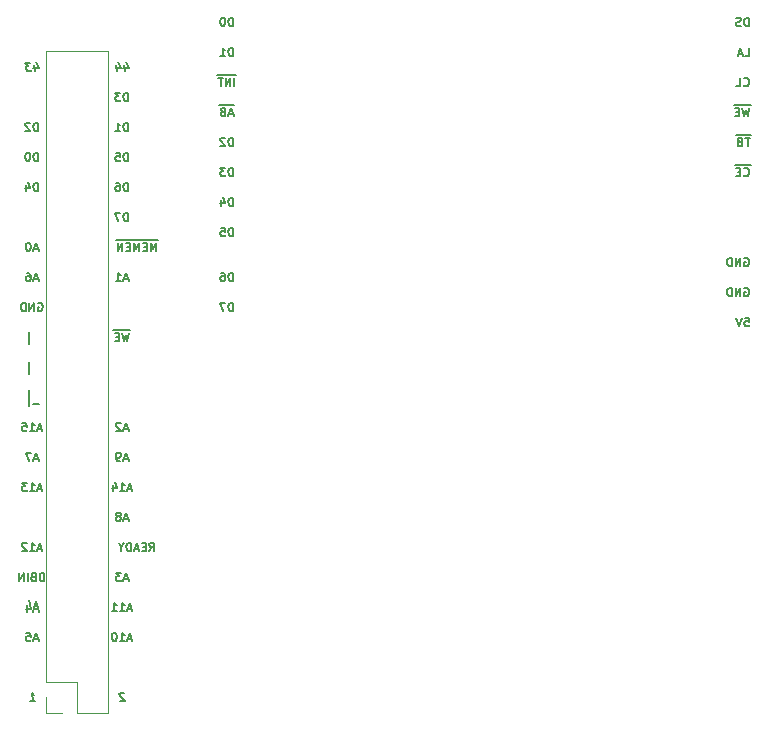
<source format=gbo>
G04 #@! TF.GenerationSoftware,KiCad,Pcbnew,(6.0.5)*
G04 #@! TF.CreationDate,2022-06-29T15:53:13+12:00*
G04 #@! TF.ProjectId,APEDSK-AU,41504544-534b-42d4-9155-2e6b69636164,rev?*
G04 #@! TF.SameCoordinates,Original*
G04 #@! TF.FileFunction,Legend,Bot*
G04 #@! TF.FilePolarity,Positive*
%FSLAX46Y46*%
G04 Gerber Fmt 4.6, Leading zero omitted, Abs format (unit mm)*
G04 Created by KiCad (PCBNEW (6.0.5)) date 2022-06-29 15:53:13*
%MOMM*%
%LPD*%
G01*
G04 APERTURE LIST*
%ADD10C,0.150000*%
%ADD11C,0.120000*%
G04 APERTURE END LIST*
D10*
X170090500Y-75881666D02*
X170423833Y-75881666D01*
X170423833Y-75181666D01*
X169890500Y-75681666D02*
X169557166Y-75681666D01*
X169957166Y-75881666D02*
X169723833Y-75181666D01*
X169490500Y-75881666D01*
X170423833Y-73341666D02*
X170423833Y-72641666D01*
X170257166Y-72641666D01*
X170157166Y-72675000D01*
X170090500Y-72741666D01*
X170057166Y-72808333D01*
X170023833Y-72941666D01*
X170023833Y-73041666D01*
X170057166Y-73175000D01*
X170090500Y-73241666D01*
X170157166Y-73308333D01*
X170257166Y-73341666D01*
X170423833Y-73341666D01*
X169757166Y-73308333D02*
X169657166Y-73341666D01*
X169490500Y-73341666D01*
X169423833Y-73308333D01*
X169390500Y-73275000D01*
X169357166Y-73208333D01*
X169357166Y-73141666D01*
X169390500Y-73075000D01*
X169423833Y-73041666D01*
X169490500Y-73008333D01*
X169623833Y-72975000D01*
X169690500Y-72941666D01*
X169723833Y-72908333D01*
X169757166Y-72841666D01*
X169757166Y-72775000D01*
X169723833Y-72708333D01*
X169690500Y-72675000D01*
X169623833Y-72641666D01*
X169457166Y-72641666D01*
X169357166Y-72675000D01*
X170590500Y-80064000D02*
X169790500Y-80064000D01*
X170490500Y-80261666D02*
X170323833Y-80961666D01*
X170190500Y-80461666D01*
X170057166Y-80961666D01*
X169890500Y-80261666D01*
X169790500Y-80064000D02*
X169157166Y-80064000D01*
X169623833Y-80595000D02*
X169390500Y-80595000D01*
X169290500Y-80961666D02*
X169623833Y-80961666D01*
X169623833Y-80261666D01*
X169290500Y-80261666D01*
X170590500Y-82604000D02*
X170057166Y-82604000D01*
X170523833Y-82801666D02*
X170123833Y-82801666D01*
X170323833Y-83501666D02*
X170323833Y-82801666D01*
X170057166Y-82604000D02*
X169357166Y-82604000D01*
X169657166Y-83135000D02*
X169557166Y-83168333D01*
X169523833Y-83201666D01*
X169490500Y-83268333D01*
X169490500Y-83368333D01*
X169523833Y-83435000D01*
X169557166Y-83468333D01*
X169623833Y-83501666D01*
X169890500Y-83501666D01*
X169890500Y-82801666D01*
X169657166Y-82801666D01*
X169590500Y-82835000D01*
X169557166Y-82868333D01*
X169523833Y-82935000D01*
X169523833Y-83001666D01*
X169557166Y-83068333D01*
X169590500Y-83101666D01*
X169657166Y-83135000D01*
X169890500Y-83135000D01*
X170590500Y-85144000D02*
X169890500Y-85144000D01*
X170023833Y-85975000D02*
X170057166Y-86008333D01*
X170157166Y-86041666D01*
X170223833Y-86041666D01*
X170323833Y-86008333D01*
X170390500Y-85941666D01*
X170423833Y-85875000D01*
X170457166Y-85741666D01*
X170457166Y-85641666D01*
X170423833Y-85508333D01*
X170390500Y-85441666D01*
X170323833Y-85375000D01*
X170223833Y-85341666D01*
X170157166Y-85341666D01*
X170057166Y-85375000D01*
X170023833Y-85408333D01*
X169890500Y-85144000D02*
X169257166Y-85144000D01*
X169723833Y-85675000D02*
X169490500Y-85675000D01*
X169390500Y-86041666D02*
X169723833Y-86041666D01*
X169723833Y-85341666D01*
X169390500Y-85341666D01*
X170057166Y-92995000D02*
X170123833Y-92961666D01*
X170223833Y-92961666D01*
X170323833Y-92995000D01*
X170390500Y-93061666D01*
X170423833Y-93128333D01*
X170457166Y-93261666D01*
X170457166Y-93361666D01*
X170423833Y-93495000D01*
X170390500Y-93561666D01*
X170323833Y-93628333D01*
X170223833Y-93661666D01*
X170157166Y-93661666D01*
X170057166Y-93628333D01*
X170023833Y-93595000D01*
X170023833Y-93361666D01*
X170157166Y-93361666D01*
X169723833Y-93661666D02*
X169723833Y-92961666D01*
X169323833Y-93661666D01*
X169323833Y-92961666D01*
X168990500Y-93661666D02*
X168990500Y-92961666D01*
X168823833Y-92961666D01*
X168723833Y-92995000D01*
X168657166Y-93061666D01*
X168623833Y-93128333D01*
X168590500Y-93261666D01*
X168590500Y-93361666D01*
X168623833Y-93495000D01*
X168657166Y-93561666D01*
X168723833Y-93628333D01*
X168823833Y-93661666D01*
X168990500Y-93661666D01*
X170057166Y-95535000D02*
X170123833Y-95501666D01*
X170223833Y-95501666D01*
X170323833Y-95535000D01*
X170390500Y-95601666D01*
X170423833Y-95668333D01*
X170457166Y-95801666D01*
X170457166Y-95901666D01*
X170423833Y-96035000D01*
X170390500Y-96101666D01*
X170323833Y-96168333D01*
X170223833Y-96201666D01*
X170157166Y-96201666D01*
X170057166Y-96168333D01*
X170023833Y-96135000D01*
X170023833Y-95901666D01*
X170157166Y-95901666D01*
X169723833Y-96201666D02*
X169723833Y-95501666D01*
X169323833Y-96201666D01*
X169323833Y-95501666D01*
X168990500Y-96201666D02*
X168990500Y-95501666D01*
X168823833Y-95501666D01*
X168723833Y-95535000D01*
X168657166Y-95601666D01*
X168623833Y-95668333D01*
X168590500Y-95801666D01*
X168590500Y-95901666D01*
X168623833Y-96035000D01*
X168657166Y-96101666D01*
X168723833Y-96168333D01*
X168823833Y-96201666D01*
X168990500Y-96201666D01*
X170090500Y-98041666D02*
X170423833Y-98041666D01*
X170457166Y-98375000D01*
X170423833Y-98341666D01*
X170357166Y-98308333D01*
X170190500Y-98308333D01*
X170123833Y-98341666D01*
X170090500Y-98375000D01*
X170057166Y-98441666D01*
X170057166Y-98608333D01*
X170090500Y-98675000D01*
X170123833Y-98708333D01*
X170190500Y-98741666D01*
X170357166Y-98741666D01*
X170423833Y-98708333D01*
X170457166Y-98675000D01*
X169857166Y-98041666D02*
X169623833Y-98741666D01*
X169390500Y-98041666D01*
X120418000Y-91494000D02*
X119618000Y-91494000D01*
X120251333Y-92391666D02*
X120251333Y-91691666D01*
X120018000Y-92191666D01*
X119784666Y-91691666D01*
X119784666Y-92391666D01*
X119618000Y-91494000D02*
X118984666Y-91494000D01*
X119451333Y-92025000D02*
X119218000Y-92025000D01*
X119118000Y-92391666D02*
X119451333Y-92391666D01*
X119451333Y-91691666D01*
X119118000Y-91691666D01*
X118984666Y-91494000D02*
X118184666Y-91494000D01*
X118818000Y-92391666D02*
X118818000Y-91691666D01*
X118584666Y-92191666D01*
X118351333Y-91691666D01*
X118351333Y-92391666D01*
X118184666Y-91494000D02*
X117551333Y-91494000D01*
X118018000Y-92025000D02*
X117784666Y-92025000D01*
X117684666Y-92391666D02*
X118018000Y-92391666D01*
X118018000Y-91691666D01*
X117684666Y-91691666D01*
X117551333Y-91494000D02*
X116818000Y-91494000D01*
X117384666Y-92391666D02*
X117384666Y-91691666D01*
X116984666Y-92391666D01*
X116984666Y-91691666D01*
X117848000Y-94731666D02*
X117514666Y-94731666D01*
X117914666Y-94931666D02*
X117681333Y-94231666D01*
X117448000Y-94931666D01*
X116848000Y-94931666D02*
X117248000Y-94931666D01*
X117048000Y-94931666D02*
X117048000Y-94231666D01*
X117114666Y-94331666D01*
X117181333Y-94398333D01*
X117248000Y-94431666D01*
X117848000Y-107431666D02*
X117514666Y-107431666D01*
X117914666Y-107631666D02*
X117681333Y-106931666D01*
X117448000Y-107631666D01*
X117248000Y-106998333D02*
X117214666Y-106965000D01*
X117148000Y-106931666D01*
X116981333Y-106931666D01*
X116914666Y-106965000D01*
X116881333Y-106998333D01*
X116848000Y-107065000D01*
X116848000Y-107131666D01*
X116881333Y-107231666D01*
X117281333Y-107631666D01*
X116848000Y-107631666D01*
X110228000Y-92191666D02*
X109894666Y-92191666D01*
X110294666Y-92391666D02*
X110061333Y-91691666D01*
X109828000Y-92391666D01*
X109461333Y-91691666D02*
X109394666Y-91691666D01*
X109328000Y-91725000D01*
X109294666Y-91758333D01*
X109261333Y-91825000D01*
X109228000Y-91958333D01*
X109228000Y-92125000D01*
X109261333Y-92258333D01*
X109294666Y-92325000D01*
X109328000Y-92358333D01*
X109394666Y-92391666D01*
X109461333Y-92391666D01*
X109528000Y-92358333D01*
X109561333Y-92325000D01*
X109594666Y-92258333D01*
X109628000Y-92125000D01*
X109628000Y-91958333D01*
X109594666Y-91825000D01*
X109561333Y-91758333D01*
X109528000Y-91725000D01*
X109461333Y-91691666D01*
X118064666Y-99114000D02*
X117264666Y-99114000D01*
X117964666Y-99311666D02*
X117798000Y-100011666D01*
X117664666Y-99511666D01*
X117531333Y-100011666D01*
X117364666Y-99311666D01*
X117264666Y-99114000D02*
X116631333Y-99114000D01*
X117098000Y-99645000D02*
X116864666Y-99645000D01*
X116764666Y-100011666D02*
X117098000Y-100011666D01*
X117098000Y-99311666D01*
X116764666Y-99311666D01*
X117555937Y-76685000D02*
X117614270Y-77151666D01*
X117689270Y-76418333D02*
X117918437Y-76918333D01*
X117485104Y-76918333D01*
X116889270Y-76685000D02*
X116947604Y-77151666D01*
X117022604Y-76418333D02*
X117251770Y-76918333D01*
X116818437Y-76918333D01*
X117864666Y-87311666D02*
X117864666Y-86611666D01*
X117698000Y-86611666D01*
X117598000Y-86645000D01*
X117531333Y-86711666D01*
X117498000Y-86778333D01*
X117464666Y-86911666D01*
X117464666Y-87011666D01*
X117498000Y-87145000D01*
X117531333Y-87211666D01*
X117598000Y-87278333D01*
X117698000Y-87311666D01*
X117864666Y-87311666D01*
X116864666Y-86611666D02*
X116998000Y-86611666D01*
X117064666Y-86645000D01*
X117098000Y-86678333D01*
X117164666Y-86778333D01*
X117198000Y-86911666D01*
X117198000Y-87178333D01*
X117164666Y-87245000D01*
X117131333Y-87278333D01*
X117064666Y-87311666D01*
X116931333Y-87311666D01*
X116864666Y-87278333D01*
X116831333Y-87245000D01*
X116798000Y-87178333D01*
X116798000Y-87011666D01*
X116831333Y-86945000D01*
X116864666Y-86911666D01*
X116931333Y-86878333D01*
X117064666Y-86878333D01*
X117131333Y-86911666D01*
X117164666Y-86945000D01*
X117198000Y-87011666D01*
X109935937Y-76685000D02*
X109994270Y-77151666D01*
X110069270Y-76418333D02*
X110298437Y-76918333D01*
X109865104Y-76918333D01*
X109606770Y-76451666D02*
X109173437Y-76451666D01*
X109440104Y-76718333D01*
X109340104Y-76718333D01*
X109277604Y-76751666D01*
X109248437Y-76785000D01*
X109223437Y-76851666D01*
X109244270Y-77018333D01*
X109285937Y-77085000D01*
X109323437Y-77118333D01*
X109394270Y-77151666D01*
X109594270Y-77151666D01*
X109656770Y-77118333D01*
X109685937Y-77085000D01*
X117848000Y-115051666D02*
X117514666Y-115051666D01*
X117914666Y-115251666D02*
X117681333Y-114551666D01*
X117448000Y-115251666D01*
X117114666Y-114851666D02*
X117181333Y-114818333D01*
X117214666Y-114785000D01*
X117248000Y-114718333D01*
X117248000Y-114685000D01*
X117214666Y-114618333D01*
X117181333Y-114585000D01*
X117114666Y-114551666D01*
X116981333Y-114551666D01*
X116914666Y-114585000D01*
X116881333Y-114618333D01*
X116848000Y-114685000D01*
X116848000Y-114718333D01*
X116881333Y-114785000D01*
X116914666Y-114818333D01*
X116981333Y-114851666D01*
X117114666Y-114851666D01*
X117181333Y-114885000D01*
X117214666Y-114918333D01*
X117248000Y-114985000D01*
X117248000Y-115118333D01*
X117214666Y-115185000D01*
X117181333Y-115218333D01*
X117114666Y-115251666D01*
X116981333Y-115251666D01*
X116914666Y-115218333D01*
X116881333Y-115185000D01*
X116848000Y-115118333D01*
X116848000Y-114985000D01*
X116881333Y-114918333D01*
X116914666Y-114885000D01*
X116981333Y-114851666D01*
X126754666Y-83501666D02*
X126754666Y-82801666D01*
X126588000Y-82801666D01*
X126488000Y-82835000D01*
X126421333Y-82901666D01*
X126388000Y-82968333D01*
X126354666Y-83101666D01*
X126354666Y-83201666D01*
X126388000Y-83335000D01*
X126421333Y-83401666D01*
X126488000Y-83468333D01*
X126588000Y-83501666D01*
X126754666Y-83501666D01*
X126088000Y-82868333D02*
X126054666Y-82835000D01*
X125988000Y-82801666D01*
X125821333Y-82801666D01*
X125754666Y-82835000D01*
X125721333Y-82868333D01*
X125688000Y-82935000D01*
X125688000Y-83001666D01*
X125721333Y-83101666D01*
X126121333Y-83501666D01*
X125688000Y-83501666D01*
X117864666Y-79691666D02*
X117864666Y-78991666D01*
X117698000Y-78991666D01*
X117598000Y-79025000D01*
X117531333Y-79091666D01*
X117498000Y-79158333D01*
X117464666Y-79291666D01*
X117464666Y-79391666D01*
X117498000Y-79525000D01*
X117531333Y-79591666D01*
X117598000Y-79658333D01*
X117698000Y-79691666D01*
X117864666Y-79691666D01*
X117231333Y-78991666D02*
X116798000Y-78991666D01*
X117031333Y-79258333D01*
X116931333Y-79258333D01*
X116864666Y-79291666D01*
X116831333Y-79325000D01*
X116798000Y-79391666D01*
X116798000Y-79558333D01*
X116831333Y-79625000D01*
X116864666Y-79658333D01*
X116931333Y-79691666D01*
X117131333Y-79691666D01*
X117198000Y-79658333D01*
X117231333Y-79625000D01*
X110228000Y-125211666D02*
X109894666Y-125211666D01*
X110294666Y-125411666D02*
X110061333Y-124711666D01*
X109828000Y-125411666D01*
X109261333Y-124711666D02*
X109594666Y-124711666D01*
X109628000Y-125045000D01*
X109594666Y-125011666D01*
X109528000Y-124978333D01*
X109361333Y-124978333D01*
X109294666Y-125011666D01*
X109261333Y-125045000D01*
X109228000Y-125111666D01*
X109228000Y-125278333D01*
X109261333Y-125345000D01*
X109294666Y-125378333D01*
X109361333Y-125411666D01*
X109528000Y-125411666D01*
X109594666Y-125378333D01*
X109628000Y-125345000D01*
X126754666Y-97471666D02*
X126754666Y-96771666D01*
X126588000Y-96771666D01*
X126488000Y-96805000D01*
X126421333Y-96871666D01*
X126388000Y-96938333D01*
X126354666Y-97071666D01*
X126354666Y-97171666D01*
X126388000Y-97305000D01*
X126421333Y-97371666D01*
X126488000Y-97438333D01*
X126588000Y-97471666D01*
X126754666Y-97471666D01*
X126121333Y-96771666D02*
X125654666Y-96771666D01*
X125954666Y-97471666D01*
X117848000Y-109971666D02*
X117514666Y-109971666D01*
X117914666Y-110171666D02*
X117681333Y-109471666D01*
X117448000Y-110171666D01*
X117181333Y-110171666D02*
X117048000Y-110171666D01*
X116981333Y-110138333D01*
X116948000Y-110105000D01*
X116881333Y-110005000D01*
X116848000Y-109871666D01*
X116848000Y-109605000D01*
X116881333Y-109538333D01*
X116914666Y-109505000D01*
X116981333Y-109471666D01*
X117114666Y-109471666D01*
X117181333Y-109505000D01*
X117214666Y-109538333D01*
X117248000Y-109605000D01*
X117248000Y-109771666D01*
X117214666Y-109838333D01*
X117181333Y-109871666D01*
X117114666Y-109905000D01*
X116981333Y-109905000D01*
X116914666Y-109871666D01*
X116881333Y-109838333D01*
X116848000Y-109771666D01*
X110328000Y-105322619D02*
X109794666Y-105322619D01*
X109461333Y-105560714D02*
X109461333Y-104132142D01*
X110228000Y-109971666D02*
X109894666Y-109971666D01*
X110294666Y-110171666D02*
X110061333Y-109471666D01*
X109828000Y-110171666D01*
X109661333Y-109471666D02*
X109194666Y-109471666D01*
X109494666Y-110171666D01*
X170023833Y-78355000D02*
X170057166Y-78388333D01*
X170157166Y-78421666D01*
X170223833Y-78421666D01*
X170323833Y-78388333D01*
X170390500Y-78321666D01*
X170423833Y-78255000D01*
X170457166Y-78121666D01*
X170457166Y-78021666D01*
X170423833Y-77888333D01*
X170390500Y-77821666D01*
X170323833Y-77755000D01*
X170223833Y-77721666D01*
X170157166Y-77721666D01*
X170057166Y-77755000D01*
X170023833Y-77788333D01*
X169390500Y-78421666D02*
X169723833Y-78421666D01*
X169723833Y-77721666D01*
X109461333Y-102785000D02*
X109461333Y-101785000D01*
X118181333Y-125211666D02*
X117848000Y-125211666D01*
X118248000Y-125411666D02*
X118014666Y-124711666D01*
X117781333Y-125411666D01*
X117181333Y-125411666D02*
X117581333Y-125411666D01*
X117381333Y-125411666D02*
X117381333Y-124711666D01*
X117448000Y-124811666D01*
X117514666Y-124878333D01*
X117581333Y-124911666D01*
X116748000Y-124711666D02*
X116681333Y-124711666D01*
X116614666Y-124745000D01*
X116581333Y-124778333D01*
X116548000Y-124845000D01*
X116514666Y-124978333D01*
X116514666Y-125145000D01*
X116548000Y-125278333D01*
X116581333Y-125345000D01*
X116614666Y-125378333D01*
X116681333Y-125411666D01*
X116748000Y-125411666D01*
X116814666Y-125378333D01*
X116848000Y-125345000D01*
X116881333Y-125278333D01*
X116914666Y-125145000D01*
X116914666Y-124978333D01*
X116881333Y-124845000D01*
X116848000Y-124778333D01*
X116814666Y-124745000D01*
X116748000Y-124711666D01*
X117864666Y-84771666D02*
X117864666Y-84071666D01*
X117698000Y-84071666D01*
X117598000Y-84105000D01*
X117531333Y-84171666D01*
X117498000Y-84238333D01*
X117464666Y-84371666D01*
X117464666Y-84471666D01*
X117498000Y-84605000D01*
X117531333Y-84671666D01*
X117598000Y-84738333D01*
X117698000Y-84771666D01*
X117864666Y-84771666D01*
X116831333Y-84071666D02*
X117164666Y-84071666D01*
X117198000Y-84405000D01*
X117164666Y-84371666D01*
X117098000Y-84338333D01*
X116931333Y-84338333D01*
X116864666Y-84371666D01*
X116831333Y-84405000D01*
X116798000Y-84471666D01*
X116798000Y-84638333D01*
X116831333Y-84705000D01*
X116864666Y-84738333D01*
X116931333Y-84771666D01*
X117098000Y-84771666D01*
X117164666Y-84738333D01*
X117198000Y-84705000D01*
X110228000Y-122721666D02*
X109894666Y-122721666D01*
X110294666Y-123007380D02*
X110061333Y-122007380D01*
X109828000Y-123007380D01*
X109294666Y-122340714D02*
X109294666Y-123007380D01*
X109461333Y-121959761D02*
X109628000Y-122674047D01*
X109194666Y-122674047D01*
X109461333Y-100245000D02*
X109461333Y-99245000D01*
X126754666Y-88581666D02*
X126754666Y-87881666D01*
X126588000Y-87881666D01*
X126488000Y-87915000D01*
X126421333Y-87981666D01*
X126388000Y-88048333D01*
X126354666Y-88181666D01*
X126354666Y-88281666D01*
X126388000Y-88415000D01*
X126421333Y-88481666D01*
X126488000Y-88548333D01*
X126588000Y-88581666D01*
X126754666Y-88581666D01*
X125754666Y-88115000D02*
X125754666Y-88581666D01*
X125921333Y-87848333D02*
X126088000Y-88348333D01*
X125654666Y-88348333D01*
X110228000Y-94731666D02*
X109894666Y-94731666D01*
X110294666Y-94931666D02*
X110061333Y-94231666D01*
X109828000Y-94931666D01*
X109294666Y-94231666D02*
X109428000Y-94231666D01*
X109494666Y-94265000D01*
X109528000Y-94298333D01*
X109594666Y-94398333D01*
X109628000Y-94531666D01*
X109628000Y-94798333D01*
X109594666Y-94865000D01*
X109561333Y-94898333D01*
X109494666Y-94931666D01*
X109361333Y-94931666D01*
X109294666Y-94898333D01*
X109261333Y-94865000D01*
X109228000Y-94798333D01*
X109228000Y-94631666D01*
X109261333Y-94565000D01*
X109294666Y-94531666D01*
X109361333Y-94498333D01*
X109494666Y-94498333D01*
X109561333Y-94531666D01*
X109594666Y-94565000D01*
X109628000Y-94631666D01*
X110794666Y-120331666D02*
X110794666Y-119631666D01*
X110628000Y-119631666D01*
X110528000Y-119665000D01*
X110461333Y-119731666D01*
X110428000Y-119798333D01*
X110394666Y-119931666D01*
X110394666Y-120031666D01*
X110428000Y-120165000D01*
X110461333Y-120231666D01*
X110528000Y-120298333D01*
X110628000Y-120331666D01*
X110794666Y-120331666D01*
X109861333Y-119965000D02*
X109761333Y-119998333D01*
X109728000Y-120031666D01*
X109694666Y-120098333D01*
X109694666Y-120198333D01*
X109728000Y-120265000D01*
X109761333Y-120298333D01*
X109828000Y-120331666D01*
X110094666Y-120331666D01*
X110094666Y-119631666D01*
X109861333Y-119631666D01*
X109794666Y-119665000D01*
X109761333Y-119698333D01*
X109728000Y-119765000D01*
X109728000Y-119831666D01*
X109761333Y-119898333D01*
X109794666Y-119931666D01*
X109861333Y-119965000D01*
X110094666Y-119965000D01*
X109394666Y-120331666D02*
X109394666Y-119631666D01*
X109061333Y-120331666D02*
X109061333Y-119631666D01*
X108661333Y-120331666D01*
X108661333Y-119631666D01*
X127038000Y-77524000D02*
X126704666Y-77524000D01*
X126871333Y-78421666D02*
X126871333Y-77721666D01*
X126704666Y-77524000D02*
X125971333Y-77524000D01*
X126538000Y-78421666D02*
X126538000Y-77721666D01*
X126138000Y-78421666D01*
X126138000Y-77721666D01*
X125971333Y-77524000D02*
X125438000Y-77524000D01*
X125904666Y-77721666D02*
X125504666Y-77721666D01*
X125704666Y-78421666D02*
X125704666Y-77721666D01*
X110561333Y-117591666D02*
X110228000Y-117591666D01*
X110628000Y-117791666D02*
X110394666Y-117091666D01*
X110161333Y-117791666D01*
X109561333Y-117791666D02*
X109961333Y-117791666D01*
X109761333Y-117791666D02*
X109761333Y-117091666D01*
X109828000Y-117191666D01*
X109894666Y-117258333D01*
X109961333Y-117291666D01*
X109294666Y-117158333D02*
X109261333Y-117125000D01*
X109194666Y-117091666D01*
X109028000Y-117091666D01*
X108961333Y-117125000D01*
X108928000Y-117158333D01*
X108894666Y-117225000D01*
X108894666Y-117291666D01*
X108928000Y-117391666D01*
X109328000Y-117791666D01*
X108894666Y-117791666D01*
X119668000Y-117791666D02*
X119901333Y-117458333D01*
X120068000Y-117791666D02*
X120068000Y-117091666D01*
X119801333Y-117091666D01*
X119734666Y-117125000D01*
X119701333Y-117158333D01*
X119668000Y-117225000D01*
X119668000Y-117325000D01*
X119701333Y-117391666D01*
X119734666Y-117425000D01*
X119801333Y-117458333D01*
X120068000Y-117458333D01*
X119368000Y-117425000D02*
X119134666Y-117425000D01*
X119034666Y-117791666D02*
X119368000Y-117791666D01*
X119368000Y-117091666D01*
X119034666Y-117091666D01*
X118768000Y-117591666D02*
X118434666Y-117591666D01*
X118834666Y-117791666D02*
X118601333Y-117091666D01*
X118368000Y-117791666D01*
X118134666Y-117791666D02*
X118134666Y-117091666D01*
X117968000Y-117091666D01*
X117868000Y-117125000D01*
X117801333Y-117191666D01*
X117768000Y-117258333D01*
X117734666Y-117391666D01*
X117734666Y-117491666D01*
X117768000Y-117625000D01*
X117801333Y-117691666D01*
X117868000Y-117758333D01*
X117968000Y-117791666D01*
X118134666Y-117791666D01*
X117301333Y-117458333D02*
X117301333Y-117791666D01*
X117534666Y-117091666D02*
X117301333Y-117458333D01*
X117068000Y-117091666D01*
X126888000Y-80064000D02*
X126288000Y-80064000D01*
X126754666Y-80761666D02*
X126421333Y-80761666D01*
X126821333Y-80961666D02*
X126588000Y-80261666D01*
X126354666Y-80961666D01*
X126288000Y-80064000D02*
X125588000Y-80064000D01*
X125888000Y-80595000D02*
X125788000Y-80628333D01*
X125754666Y-80661666D01*
X125721333Y-80728333D01*
X125721333Y-80828333D01*
X125754666Y-80895000D01*
X125788000Y-80928333D01*
X125854666Y-80961666D01*
X126121333Y-80961666D01*
X126121333Y-80261666D01*
X125888000Y-80261666D01*
X125821333Y-80295000D01*
X125788000Y-80328333D01*
X125754666Y-80395000D01*
X125754666Y-80461666D01*
X125788000Y-80528333D01*
X125821333Y-80561666D01*
X125888000Y-80595000D01*
X126121333Y-80595000D01*
X110561333Y-107431666D02*
X110228000Y-107431666D01*
X110628000Y-107631666D02*
X110394666Y-106931666D01*
X110161333Y-107631666D01*
X109561333Y-107631666D02*
X109961333Y-107631666D01*
X109761333Y-107631666D02*
X109761333Y-106931666D01*
X109828000Y-107031666D01*
X109894666Y-107098333D01*
X109961333Y-107131666D01*
X108928000Y-106931666D02*
X109261333Y-106931666D01*
X109294666Y-107265000D01*
X109261333Y-107231666D01*
X109194666Y-107198333D01*
X109028000Y-107198333D01*
X108961333Y-107231666D01*
X108928000Y-107265000D01*
X108894666Y-107331666D01*
X108894666Y-107498333D01*
X108928000Y-107565000D01*
X108961333Y-107598333D01*
X109028000Y-107631666D01*
X109194666Y-107631666D01*
X109261333Y-107598333D01*
X109294666Y-107565000D01*
X126754666Y-86041666D02*
X126754666Y-85341666D01*
X126588000Y-85341666D01*
X126488000Y-85375000D01*
X126421333Y-85441666D01*
X126388000Y-85508333D01*
X126354666Y-85641666D01*
X126354666Y-85741666D01*
X126388000Y-85875000D01*
X126421333Y-85941666D01*
X126488000Y-86008333D01*
X126588000Y-86041666D01*
X126754666Y-86041666D01*
X126121333Y-85341666D02*
X125688000Y-85341666D01*
X125921333Y-85608333D01*
X125821333Y-85608333D01*
X125754666Y-85641666D01*
X125721333Y-85675000D01*
X125688000Y-85741666D01*
X125688000Y-85908333D01*
X125721333Y-85975000D01*
X125754666Y-86008333D01*
X125821333Y-86041666D01*
X126021333Y-86041666D01*
X126088000Y-86008333D01*
X126121333Y-85975000D01*
X126754666Y-73341666D02*
X126754666Y-72641666D01*
X126588000Y-72641666D01*
X126488000Y-72675000D01*
X126421333Y-72741666D01*
X126388000Y-72808333D01*
X126354666Y-72941666D01*
X126354666Y-73041666D01*
X126388000Y-73175000D01*
X126421333Y-73241666D01*
X126488000Y-73308333D01*
X126588000Y-73341666D01*
X126754666Y-73341666D01*
X125921333Y-72641666D02*
X125854666Y-72641666D01*
X125788000Y-72675000D01*
X125754666Y-72708333D01*
X125721333Y-72775000D01*
X125688000Y-72908333D01*
X125688000Y-73075000D01*
X125721333Y-73208333D01*
X125754666Y-73275000D01*
X125788000Y-73308333D01*
X125854666Y-73341666D01*
X125921333Y-73341666D01*
X125988000Y-73308333D01*
X126021333Y-73275000D01*
X126054666Y-73208333D01*
X126088000Y-73075000D01*
X126088000Y-72908333D01*
X126054666Y-72775000D01*
X126021333Y-72708333D01*
X125988000Y-72675000D01*
X125921333Y-72641666D01*
X110244666Y-82231666D02*
X110244666Y-81531666D01*
X110078000Y-81531666D01*
X109978000Y-81565000D01*
X109911333Y-81631666D01*
X109878000Y-81698333D01*
X109844666Y-81831666D01*
X109844666Y-81931666D01*
X109878000Y-82065000D01*
X109911333Y-82131666D01*
X109978000Y-82198333D01*
X110078000Y-82231666D01*
X110244666Y-82231666D01*
X109578000Y-81598333D02*
X109544666Y-81565000D01*
X109478000Y-81531666D01*
X109311333Y-81531666D01*
X109244666Y-81565000D01*
X109211333Y-81598333D01*
X109178000Y-81665000D01*
X109178000Y-81731666D01*
X109211333Y-81831666D01*
X109611333Y-82231666D01*
X109178000Y-82231666D01*
X109594270Y-130491666D02*
X109994270Y-130491666D01*
X109794270Y-130491666D02*
X109706770Y-129791666D01*
X109785937Y-129891666D01*
X109860937Y-129958333D01*
X109931770Y-129991666D01*
X110261333Y-96805000D02*
X110328000Y-96771666D01*
X110428000Y-96771666D01*
X110528000Y-96805000D01*
X110594666Y-96871666D01*
X110628000Y-96938333D01*
X110661333Y-97071666D01*
X110661333Y-97171666D01*
X110628000Y-97305000D01*
X110594666Y-97371666D01*
X110528000Y-97438333D01*
X110428000Y-97471666D01*
X110361333Y-97471666D01*
X110261333Y-97438333D01*
X110228000Y-97405000D01*
X110228000Y-97171666D01*
X110361333Y-97171666D01*
X109928000Y-97471666D02*
X109928000Y-96771666D01*
X109528000Y-97471666D01*
X109528000Y-96771666D01*
X109194666Y-97471666D02*
X109194666Y-96771666D01*
X109028000Y-96771666D01*
X108928000Y-96805000D01*
X108861333Y-96871666D01*
X108828000Y-96938333D01*
X108794666Y-97071666D01*
X108794666Y-97171666D01*
X108828000Y-97305000D01*
X108861333Y-97371666D01*
X108928000Y-97438333D01*
X109028000Y-97471666D01*
X109194666Y-97471666D01*
X126754666Y-91121666D02*
X126754666Y-90421666D01*
X126588000Y-90421666D01*
X126488000Y-90455000D01*
X126421333Y-90521666D01*
X126388000Y-90588333D01*
X126354666Y-90721666D01*
X126354666Y-90821666D01*
X126388000Y-90955000D01*
X126421333Y-91021666D01*
X126488000Y-91088333D01*
X126588000Y-91121666D01*
X126754666Y-91121666D01*
X125721333Y-90421666D02*
X126054666Y-90421666D01*
X126088000Y-90755000D01*
X126054666Y-90721666D01*
X125988000Y-90688333D01*
X125821333Y-90688333D01*
X125754666Y-90721666D01*
X125721333Y-90755000D01*
X125688000Y-90821666D01*
X125688000Y-90988333D01*
X125721333Y-91055000D01*
X125754666Y-91088333D01*
X125821333Y-91121666D01*
X125988000Y-91121666D01*
X126054666Y-91088333D01*
X126088000Y-91055000D01*
X117535104Y-129858333D02*
X117497604Y-129825000D01*
X117426770Y-129791666D01*
X117260104Y-129791666D01*
X117197604Y-129825000D01*
X117168437Y-129858333D01*
X117143437Y-129925000D01*
X117151770Y-129991666D01*
X117197604Y-130091666D01*
X117647604Y-130491666D01*
X117214270Y-130491666D01*
X118181333Y-112511666D02*
X117848000Y-112511666D01*
X118248000Y-112711666D02*
X118014666Y-112011666D01*
X117781333Y-112711666D01*
X117181333Y-112711666D02*
X117581333Y-112711666D01*
X117381333Y-112711666D02*
X117381333Y-112011666D01*
X117448000Y-112111666D01*
X117514666Y-112178333D01*
X117581333Y-112211666D01*
X116581333Y-112245000D02*
X116581333Y-112711666D01*
X116748000Y-111978333D02*
X116914666Y-112478333D01*
X116481333Y-112478333D01*
X117864666Y-82231666D02*
X117864666Y-81531666D01*
X117698000Y-81531666D01*
X117598000Y-81565000D01*
X117531333Y-81631666D01*
X117498000Y-81698333D01*
X117464666Y-81831666D01*
X117464666Y-81931666D01*
X117498000Y-82065000D01*
X117531333Y-82131666D01*
X117598000Y-82198333D01*
X117698000Y-82231666D01*
X117864666Y-82231666D01*
X116798000Y-82231666D02*
X117198000Y-82231666D01*
X116998000Y-82231666D02*
X116998000Y-81531666D01*
X117064666Y-81631666D01*
X117131333Y-81698333D01*
X117198000Y-81731666D01*
X110561333Y-112511666D02*
X110228000Y-112511666D01*
X110628000Y-112711666D02*
X110394666Y-112011666D01*
X110161333Y-112711666D01*
X109561333Y-112711666D02*
X109961333Y-112711666D01*
X109761333Y-112711666D02*
X109761333Y-112011666D01*
X109828000Y-112111666D01*
X109894666Y-112178333D01*
X109961333Y-112211666D01*
X109328000Y-112011666D02*
X108894666Y-112011666D01*
X109128000Y-112278333D01*
X109028000Y-112278333D01*
X108961333Y-112311666D01*
X108928000Y-112345000D01*
X108894666Y-112411666D01*
X108894666Y-112578333D01*
X108928000Y-112645000D01*
X108961333Y-112678333D01*
X109028000Y-112711666D01*
X109228000Y-112711666D01*
X109294666Y-112678333D01*
X109328000Y-112645000D01*
X118181333Y-122671666D02*
X117848000Y-122671666D01*
X118248000Y-122871666D02*
X118014666Y-122171666D01*
X117781333Y-122871666D01*
X117181333Y-122871666D02*
X117581333Y-122871666D01*
X117381333Y-122871666D02*
X117381333Y-122171666D01*
X117448000Y-122271666D01*
X117514666Y-122338333D01*
X117581333Y-122371666D01*
X116514666Y-122871666D02*
X116914666Y-122871666D01*
X116714666Y-122871666D02*
X116714666Y-122171666D01*
X116781333Y-122271666D01*
X116848000Y-122338333D01*
X116914666Y-122371666D01*
X126754666Y-94931666D02*
X126754666Y-94231666D01*
X126588000Y-94231666D01*
X126488000Y-94265000D01*
X126421333Y-94331666D01*
X126388000Y-94398333D01*
X126354666Y-94531666D01*
X126354666Y-94631666D01*
X126388000Y-94765000D01*
X126421333Y-94831666D01*
X126488000Y-94898333D01*
X126588000Y-94931666D01*
X126754666Y-94931666D01*
X125754666Y-94231666D02*
X125888000Y-94231666D01*
X125954666Y-94265000D01*
X125988000Y-94298333D01*
X126054666Y-94398333D01*
X126088000Y-94531666D01*
X126088000Y-94798333D01*
X126054666Y-94865000D01*
X126021333Y-94898333D01*
X125954666Y-94931666D01*
X125821333Y-94931666D01*
X125754666Y-94898333D01*
X125721333Y-94865000D01*
X125688000Y-94798333D01*
X125688000Y-94631666D01*
X125721333Y-94565000D01*
X125754666Y-94531666D01*
X125821333Y-94498333D01*
X125954666Y-94498333D01*
X126021333Y-94531666D01*
X126054666Y-94565000D01*
X126088000Y-94631666D01*
X126754666Y-75881666D02*
X126754666Y-75181666D01*
X126588000Y-75181666D01*
X126488000Y-75215000D01*
X126421333Y-75281666D01*
X126388000Y-75348333D01*
X126354666Y-75481666D01*
X126354666Y-75581666D01*
X126388000Y-75715000D01*
X126421333Y-75781666D01*
X126488000Y-75848333D01*
X126588000Y-75881666D01*
X126754666Y-75881666D01*
X125688000Y-75881666D02*
X126088000Y-75881666D01*
X125888000Y-75881666D02*
X125888000Y-75181666D01*
X125954666Y-75281666D01*
X126021333Y-75348333D01*
X126088000Y-75381666D01*
X117864666Y-89851666D02*
X117864666Y-89151666D01*
X117698000Y-89151666D01*
X117598000Y-89185000D01*
X117531333Y-89251666D01*
X117498000Y-89318333D01*
X117464666Y-89451666D01*
X117464666Y-89551666D01*
X117498000Y-89685000D01*
X117531333Y-89751666D01*
X117598000Y-89818333D01*
X117698000Y-89851666D01*
X117864666Y-89851666D01*
X117231333Y-89151666D02*
X116764666Y-89151666D01*
X117064666Y-89851666D01*
X110244666Y-84771666D02*
X110244666Y-84071666D01*
X110078000Y-84071666D01*
X109978000Y-84105000D01*
X109911333Y-84171666D01*
X109878000Y-84238333D01*
X109844666Y-84371666D01*
X109844666Y-84471666D01*
X109878000Y-84605000D01*
X109911333Y-84671666D01*
X109978000Y-84738333D01*
X110078000Y-84771666D01*
X110244666Y-84771666D01*
X109411333Y-84071666D02*
X109344666Y-84071666D01*
X109278000Y-84105000D01*
X109244666Y-84138333D01*
X109211333Y-84205000D01*
X109178000Y-84338333D01*
X109178000Y-84505000D01*
X109211333Y-84638333D01*
X109244666Y-84705000D01*
X109278000Y-84738333D01*
X109344666Y-84771666D01*
X109411333Y-84771666D01*
X109478000Y-84738333D01*
X109511333Y-84705000D01*
X109544666Y-84638333D01*
X109578000Y-84505000D01*
X109578000Y-84338333D01*
X109544666Y-84205000D01*
X109511333Y-84138333D01*
X109478000Y-84105000D01*
X109411333Y-84071666D01*
X117848000Y-120131666D02*
X117514666Y-120131666D01*
X117914666Y-120331666D02*
X117681333Y-119631666D01*
X117448000Y-120331666D01*
X117281333Y-119631666D02*
X116848000Y-119631666D01*
X117081333Y-119898333D01*
X116981333Y-119898333D01*
X116914666Y-119931666D01*
X116881333Y-119965000D01*
X116848000Y-120031666D01*
X116848000Y-120198333D01*
X116881333Y-120265000D01*
X116914666Y-120298333D01*
X116981333Y-120331666D01*
X117181333Y-120331666D01*
X117248000Y-120298333D01*
X117281333Y-120265000D01*
X110244666Y-87311666D02*
X110244666Y-86611666D01*
X110078000Y-86611666D01*
X109978000Y-86645000D01*
X109911333Y-86711666D01*
X109878000Y-86778333D01*
X109844666Y-86911666D01*
X109844666Y-87011666D01*
X109878000Y-87145000D01*
X109911333Y-87211666D01*
X109978000Y-87278333D01*
X110078000Y-87311666D01*
X110244666Y-87311666D01*
X109244666Y-86845000D02*
X109244666Y-87311666D01*
X109411333Y-86578333D02*
X109578000Y-87078333D01*
X109144666Y-87078333D01*
D11*
X110938000Y-128905000D02*
X113538000Y-128905000D01*
X113538000Y-131505000D02*
X116138000Y-131505000D01*
X110938000Y-75505000D02*
X116138000Y-75505000D01*
X113538000Y-128905000D02*
X113538000Y-131505000D01*
X110938000Y-130175000D02*
X110938000Y-131505000D01*
X116138000Y-131505000D02*
X116138000Y-75505000D01*
X110938000Y-131505000D02*
X112268000Y-131505000D01*
X110938000Y-128905000D02*
X110938000Y-75505000D01*
M02*

</source>
